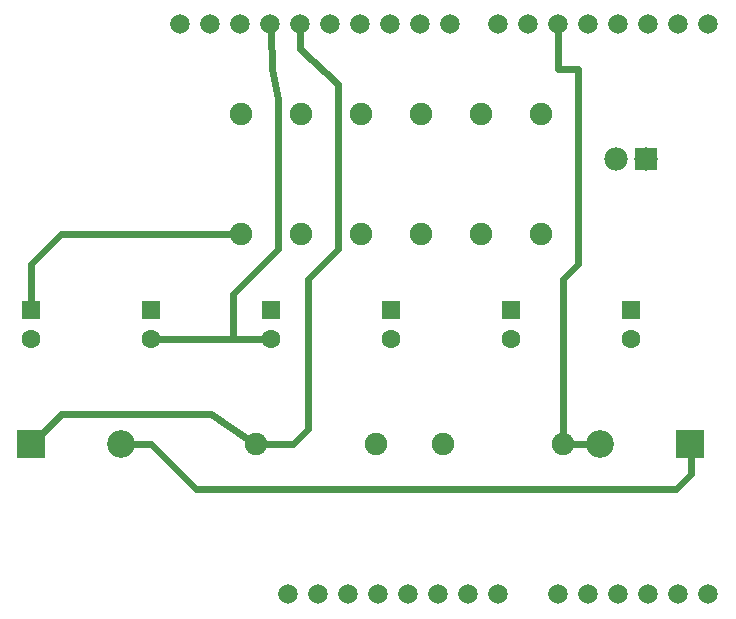
<source format=gbl>
G04 MADE WITH FRITZING*
G04 WWW.FRITZING.ORG*
G04 DOUBLE SIDED*
G04 HOLES PLATED*
G04 CONTOUR ON CENTER OF CONTOUR VECTOR*
%FSLAX26Y26*%
%MOIN*%
%ADD10C,0.065278*%
%ADD11C,0.078000*%
%ADD12C,0.062992*%
%ADD13C,0.075000*%
%ADD14C,0.092000*%
%ADD15R,0.078000X0.078000*%
%ADD16R,0.062992X0.062992*%
%ADD17R,0.092000X0.092000*%
%ADD18C,0.024000*%
G04 COPPER0*
%FSLAX26Y26*%
%MOIN*%
D10*
X2115760Y104180D03*
X2215740Y104180D03*
X2315780Y104180D03*
X2415770Y104180D03*
X2515770Y104180D03*
X1655740Y2004182D03*
X1555770Y2004182D03*
X1455760Y2004182D03*
X1355760Y2004182D03*
X1255760Y2004182D03*
X1155760Y2004182D03*
X1055760Y2004182D03*
X955755Y2004182D03*
X855755Y2004182D03*
X755741Y2004182D03*
X2515770Y2004182D03*
X2415770Y2004182D03*
X2315780Y2004182D03*
X2215740Y2004182D03*
X2115760Y2004182D03*
X2015770Y2004182D03*
X1915770Y2004182D03*
X1815760Y2004182D03*
X1215760Y104180D03*
X1115760Y104180D03*
X1315760Y104180D03*
X1415770Y104180D03*
X1515770Y104180D03*
X1615760Y104180D03*
X1715740Y104180D03*
X1815760Y104180D03*
X2015770Y104180D03*
D11*
X2308660Y1554182D03*
X2208660Y1554182D03*
D12*
X2258660Y1052620D03*
X2258660Y954190D03*
X1858660Y1052620D03*
X1858660Y954190D03*
X1458660Y1052620D03*
X1458660Y954190D03*
X1058660Y1052620D03*
X1058660Y954190D03*
X658656Y1052620D03*
X658656Y954190D03*
X258656Y1052620D03*
X258656Y954190D03*
D13*
X1958660Y1704182D03*
X1958660Y1304182D03*
X1758660Y1704182D03*
X1758660Y1304182D03*
X1558660Y1704182D03*
X1558660Y1304182D03*
X1358660Y1704182D03*
X1358660Y1304182D03*
X1158660Y1704182D03*
X1158660Y1304182D03*
X958660Y1704182D03*
X958660Y1304182D03*
X1630760Y604180D03*
X2030760Y604180D03*
X1408660Y604180D03*
X1008660Y604180D03*
D14*
X2455760Y604180D03*
X2155760Y604180D03*
X258656Y604180D03*
X558656Y604180D03*
D15*
X2308660Y1554182D03*
D16*
X2258662Y1052618D03*
X1858662Y1052618D03*
X1458662Y1052618D03*
X1058662Y1052618D03*
X658656Y1052618D03*
X258656Y1052618D03*
D17*
X2455760Y604180D03*
X258656Y604180D03*
D18*
X674404Y954180D02*
X908656Y954180D01*
D02*
X2048260Y604180D02*
X2129760Y604180D01*
D02*
X1056430Y1984054D02*
X1060760Y1854182D01*
D02*
X1080760Y1754182D02*
X1080760Y1254182D01*
D02*
X1060760Y1854182D02*
X1080760Y1754182D01*
D02*
X1080760Y1254182D02*
X930756Y1104180D01*
D02*
X930756Y1104180D02*
X930756Y954180D01*
D02*
X908656Y954180D02*
X1042910Y954180D01*
D02*
X994095Y613890D02*
X858656Y704180D01*
D02*
X858656Y704180D02*
X358656Y704180D01*
D02*
X358656Y704180D02*
X277040Y622570D01*
D02*
X258656Y1068360D02*
X258656Y1204182D01*
D02*
X258656Y1204182D02*
X358656Y1304182D01*
D02*
X358656Y1304182D02*
X941156Y1304182D01*
D02*
X584656Y604180D02*
X658656Y604180D01*
D02*
X658656Y604180D02*
X808656Y454180D01*
D02*
X808656Y454180D02*
X2408660Y454180D01*
D02*
X2458660Y504180D02*
X2456510Y578190D01*
D02*
X2408660Y454180D02*
X2458660Y504180D01*
D02*
X2030760Y621680D02*
X2030760Y1154182D01*
D02*
X2030760Y1154182D02*
X2080760Y1204182D01*
D02*
X2080760Y1204182D02*
X2080760Y1854182D01*
D02*
X2080760Y1854182D02*
X2015760Y1854182D01*
D02*
X2015760Y1854182D02*
X2015770Y1984043D01*
D02*
X1155760Y1923627D02*
X1280760Y1804182D01*
D02*
X1155760Y1984043D02*
X1155760Y1923627D01*
D02*
X1280760Y1804182D02*
X1280760Y1254182D01*
D02*
X1280760Y1254182D02*
X1180760Y1154182D01*
D02*
X1180760Y1154182D02*
X1180760Y654180D01*
D02*
X1130760Y604180D02*
X1026160Y604180D01*
D02*
X1180760Y654180D02*
X1130760Y604180D01*
G04 End of Copper0*
M02*
</source>
